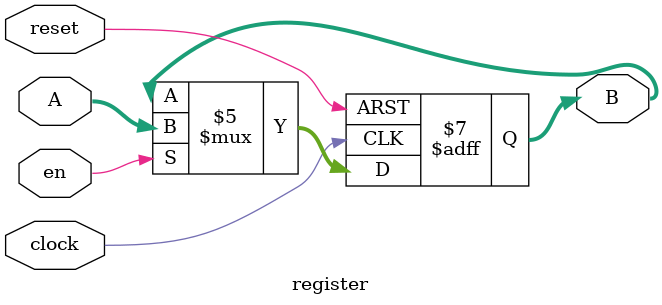
<source format=v>
module register(A,B,clock,en,reset);
	input [15:0] A;
	input reset, clock, en;
	output reg [15:0] B;
	
	always @(posedge clock, negedge reset) begin
		// Based on push button for reset - if button down is +Vcc, then change to posedge and rst == 1, else if button down is gnd, keep the way it is
		if (reset == 0) B <= 0;
		else if (en == 1) B <= A;
		else B <= B;
		
	end
	
endmodule


/* A parameterized-width positive-edge-trigged register, with synchronous reset. 
   The value to take on after a reset is the 2nd parameter. */
/* module 16bit_reg(in, out, clock, we, gwe, reset);
   parameter n = 1;
   parameter r = 0;
   
   output [15:0] out;
   input [15:0]  in;   
   input clock,we,gwe,reset;
     
   reg [15:0] state;

   assign #(1) out = state;

   always @(posedge clk) 
     begin 
       if (gwe & rst) 
         state = r;
       else if (gwe & we) 
         state = in; 
     end
endmodule
*/

</source>
